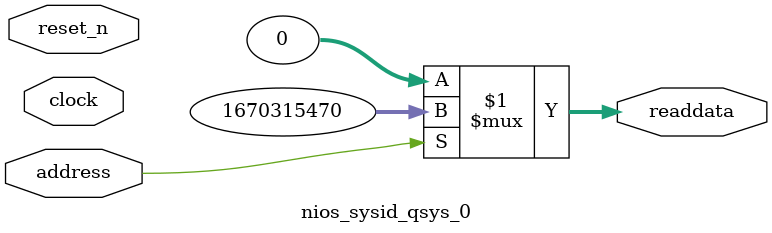
<source format=v>



// synthesis translate_off
`timescale 1ns / 1ps
// synthesis translate_on

// turn off superfluous verilog processor warnings 
// altera message_level Level1 
// altera message_off 10034 10035 10036 10037 10230 10240 10030 

module nios_sysid_qsys_0 (
               // inputs:
                address,
                clock,
                reset_n,

               // outputs:
                readdata
             )
;

  output  [ 31: 0] readdata;
  input            address;
  input            clock;
  input            reset_n;

  wire    [ 31: 0] readdata;
  //control_slave, which is an e_avalon_slave
  assign readdata = address ? 1670315470 : 0;

endmodule



</source>
